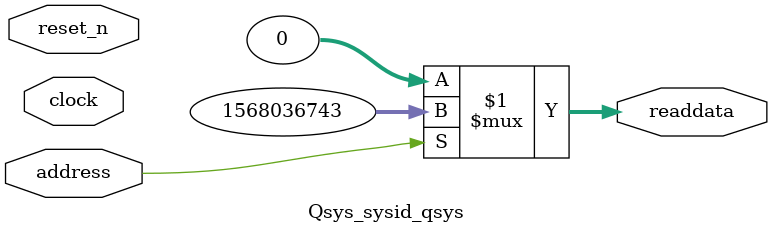
<source format=v>



// synthesis translate_off
`timescale 1ns / 1ps
// synthesis translate_on

// turn off superfluous verilog processor warnings 
// altera message_level Level1 
// altera message_off 10034 10035 10036 10037 10230 10240 10030 

module Qsys_sysid_qsys (
               // inputs:
                address,
                clock,
                reset_n,

               // outputs:
                readdata
             )
;

  output  [ 31: 0] readdata;
  input            address;
  input            clock;
  input            reset_n;

  wire    [ 31: 0] readdata;
  //control_slave, which is an e_avalon_slave
  assign readdata = address ? 1568036743 : 0;

endmodule



</source>
